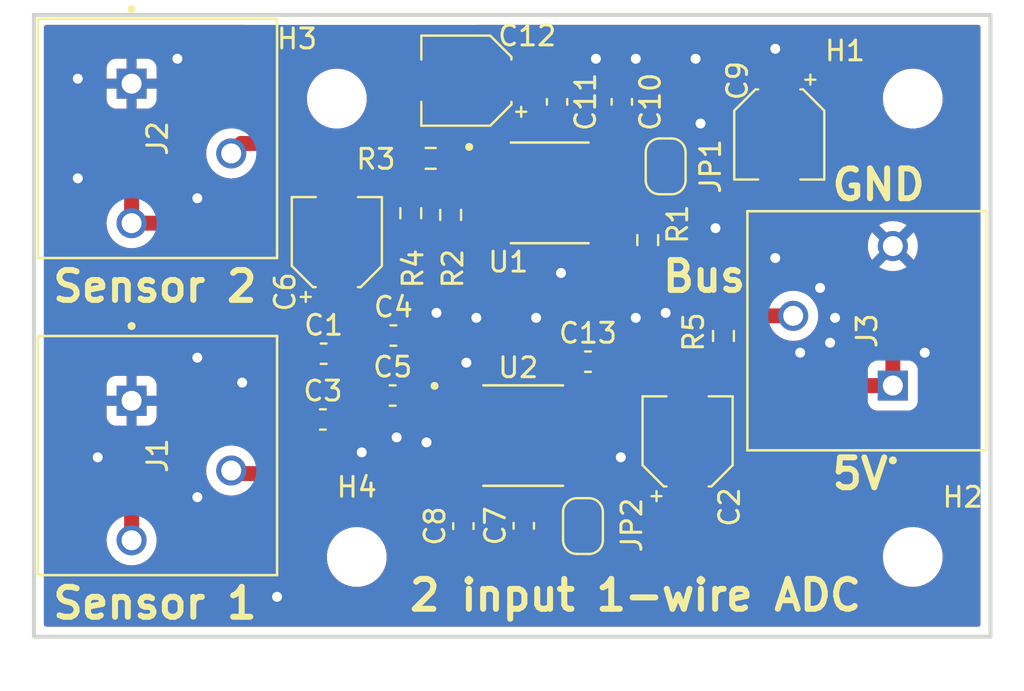
<source format=kicad_pcb>
(kicad_pcb (version 20240108) (generator "pcbnew") (generator_version "8.0")
  (layers (0 "F.Cu" signal) (31 "B.Cu" signal) (34 "B.Paste" user) (35 "F.Paste" user) (36 "B.SilkS" user "B.Silkscreen") (37 "F.SilkS" user "F.Silkscreen") (38 "B.Mask" user) (39 "F.Mask" user) (44 "Edge.Cuts" user))
  (net 0 "")
  (net 1 "VDD")
  (net 2 "GND")
  (net 3 "/250mV_sensor_2_input")
  (net 4 "/5V_sensor_1_input")
  (net 5 "/5V_sensor_2_input")
  (net 6 "/1W_Bus")
  (net 7 "/VDD_Opamp")
  (net 8 "Net-(JP2-A)")
  (net 9 "Net-(U1--IN)")
  (net 10 "Net-(U1-+IN)")
  (net 11 "Net-(R3-Pad1)")
  (footprint "Resistor_SMD:R_0603_1608Metric_Pad0.98x0.95mm_HandSolder" (layer "F.Cu") (at 121.6 55.1 -90)
    (property "Reference" "R1" (at -0.8 -1.5 90) (layer "F.SilkS"))
    (property "Value" "0")
    (fp_line (start -0.254724 0.5225) (end 0.254724 0.5225) (stroke (width 0.12)) (layer "F.SilkS"))
    (fp_line (start -0.254724 -0.5225) (end 0.254724 -0.5225) (stroke (width 0.12)) (layer "F.SilkS"))
    (pad "1" smd roundrect (at -0.9125 0 270) (size 0.975 0.95) (layers "F.Cu" "F.Paste" "F.Mask") (net 9 "Net-(U1--IN)"))
    (pad "2" smd roundrect (at 0.9125 0 270) (size 0.975 0.95) (layers "F.Cu" "F.Paste" "F.Mask") (net 3 "/250mV_sensor_2_input"))
  )
  (footprint "Resistor_SMD:R_0603_1608Metric_Pad0.98x0.95mm_HandSolder" (layer "F.Cu") (at 125.4 59.9125 90)
    (property "Reference" "R5" (at 0.2 -1.5 90) (layer "F.SilkS"))
    (property "Value" "4.7k")
    (fp_line (start -0.254724 -0.5225) (end 0.254724 -0.5225) (stroke (width 0.12)) (layer "F.SilkS"))
    (fp_line (start -0.254724 0.5225) (end 0.254724 0.5225) (stroke (width 0.12)) (layer "F.SilkS"))
    (pad "1" smd roundrect (at -0.9125 0 90) (size 0.975 0.95) (layers "F.Cu" "F.Paste" "F.Mask") (net 1 "VDD"))
    (pad "2" smd roundrect (at 0.9125 0 90) (size 0.975 0.95) (layers "F.Cu" "F.Paste" "F.Mask") (net 6 "/1W_Bus"))
  )
  (footprint "Capacitor_SMD:CP_Elec_4x5.8" (layer "F.Cu") (at 123.6 65.2 90)
    (property "Reference" "C2" (at -3.3 2.1 90) (layer "F.SilkS"))
    (property "Value" "10uF")
    (fp_line (start 2.26 -2.26) (end 2.26 -1.06) (stroke (width 0.12)) (layer "F.SilkS"))
    (fp_line (start -1.195563 -2.26) (end 2.26 -2.26) (stroke (width 0.12)) (layer "F.SilkS"))
    (fp_line (start -2.75 -1.81) (end -2.75 -1.31) (stroke (width 0.12)) (layer "F.SilkS"))
    (fp_line (start -3 -1.56) (end -2.5 -1.56) (stroke (width 0.12)) (layer "F.SilkS"))
    (fp_line (start -2.26 -1.195563) (end -1.195563 -2.26) (stroke (width 0.12)) (layer "F.SilkS"))
    (fp_line (start -2.26 -1.195563) (end -2.26 -1.06) (stroke (width 0.12)) (layer "F.SilkS"))
    (fp_line (start -2.26 1.195563) (end -2.26 1.06) (stroke (width 0.12)) (layer "F.SilkS"))
    (fp_line (start -2.26 1.195563) (end -1.195563 2.26) (stroke (width 0.12)) (layer "F.SilkS"))
    (fp_line (start 2.26 2.26) (end 2.26 1.06) (stroke (width 0.12)) (layer "F.SilkS"))
    (fp_line (start -1.195563 2.26) (end 2.26 2.26) (stroke (width 0.12)) (layer "F.SilkS"))
    (pad "1" smd roundrect (at -1.8 0 90) (size 2.6 1.6) (layers "F.Cu" "F.Paste" "F.Mask") (roundrect_rratio 0.15625) (net 1 "VDD"))
    (pad "2" smd roundrect (at 1.8 0 90) (size 2.6 1.6) (layers "F.Cu" "F.Paste" "F.Mask") (roundrect_rratio 0.15625) (net 2 "GND"))
  )
  (footprint "MountingHole:MountingHole_2.5mm" (layer "F.Cu") (at 106 48)
    (property "Reference" "H3" (at -2 -3 0) (layer "F.SilkS"))
    (property "Value" "MountingHole")
    (pad "" np_thru_hole circle (at 0 0) (size 2.5 2.5) (drill 2.5) (layers "*.Cu" "*.Mask"))
  )
  (footprint "Capacitor_SMD:CP_Elec_4x5.8" (layer "F.Cu") (at 106 55.2 90)
    (property "Reference" "C6" (at -2.5 -2.6 90) (layer "F.SilkS"))
    (property "Value" "10uF")
    (fp_line (start 2.26 -2.26) (end 2.26 -1.06) (stroke (width 0.12)) (layer "F.SilkS"))
    (fp_line (start -1.195563 -2.26) (end 2.26 -2.26) (stroke (width 0.12)) (layer "F.SilkS"))
    (fp_line (start -2.75 -1.81) (end -2.75 -1.31) (stroke (width 0.12)) (layer "F.SilkS"))
    (fp_line (start -3 -1.56) (end -2.5 -1.56) (stroke (width 0.12)) (layer "F.SilkS"))
    (fp_line (start -2.26 -1.195563) (end -1.195563 -2.26) (stroke (width 0.12)) (layer "F.SilkS"))
    (fp_line (start -2.26 -1.195563) (end -2.26 -1.06) (stroke (width 0.12)) (layer "F.SilkS"))
    (fp_line (start -2.26 1.195563) (end -2.26 1.06) (stroke (width 0.12)) (layer "F.SilkS"))
    (fp_line (start -2.26 1.195563) (end -1.195563 2.26) (stroke (width 0.12)) (layer "F.SilkS"))
    (fp_line (start 2.26 2.26) (end 2.26 1.06) (stroke (width 0.12)) (layer "F.SilkS"))
    (fp_line (start -1.195563 2.26) (end 2.26 2.26) (stroke (width 0.12)) (layer "F.SilkS"))
    (pad "1" smd roundrect (at -1.8 0 90) (size 2.6 1.6) (layers "F.Cu" "F.Paste" "F.Mask") (roundrect_rratio 0.15625) (net 1 "VDD"))
    (pad "2" smd roundrect (at 1.8 0 90) (size 2.6 1.6) (layers "F.Cu" "F.Paste" "F.Mask") (roundrect_rratio 0.15625) (net 2 "GND"))
  )
  (footprint "MountingHole:MountingHole_2.5mm" (layer "F.Cu") (at 134.9 71)
    (property "Reference" "H2" (at 2.5 -3 0) (layer "F.SilkS"))
    (property "Value" "MountingHole")
    (pad "" np_thru_hole circle (at 0 0) (size 2.5 2.5) (drill 2.5) (layers "*.Cu" "*.Mask"))
  )
  (footprint "Capacitor_SMD:C_0603_1608Metric_Pad1.08x0.95mm_HandSolder" (layer "F.Cu") (at 117.05 48.1625 -90)
    (property "Reference" "C11" (at 0 -1.43 90) (layer "F.SilkS"))
    (property "Value" "0.1u")
    (fp_line (start -0.146267 0.51) (end 0.146267 0.51) (stroke (width 0.12)) (layer "F.SilkS"))
    (fp_line (start -0.146267 -0.51) (end 0.146267 -0.51) (stroke (width 0.12)) (layer "F.SilkS"))
    (pad "1" smd roundrect (at -0.8625 0 270) (size 1.075 0.95) (layers "F.Cu" "F.Paste" "F.Mask") (net 1 "VDD"))
    (pad "2" smd roundrect (at 0.8625 0 270) (size 1.075 0.95) (layers "F.Cu" "F.Paste" "F.Mask") (net 2 "GND"))
  )
  (footprint "Capacitor_SMD:CP_Elec_4x5.8" (layer "F.Cu") (at 112.5 47.1 180)
    (property "Reference" "C12" (at -3.05 2.25 360) (layer "F.SilkS"))
    (property "Value" "10uF")
    (fp_line (start 2.26 2.26) (end 2.26 1.06) (stroke (width 0.12)) (layer "F.SilkS"))
    (fp_line (start 2.26 -2.26) (end 2.26 -1.06) (stroke (width 0.12)) (layer "F.SilkS"))
    (fp_line (start -1.195563 2.26) (end 2.26 2.26) (stroke (width 0.12)) (layer "F.SilkS"))
    (fp_line (start -1.195563 -2.26) (end 2.26 -2.26) (stroke (width 0.12)) (layer "F.SilkS"))
    (fp_line (start -2.26 1.195563) (end -1.195563 2.26) (stroke (width 0.12)) (layer "F.SilkS"))
    (fp_line (start -2.26 1.195563) (end -2.26 1.06) (stroke (width 0.12)) (layer "F.SilkS"))
    (fp_line (start -2.26 -1.195563) (end -1.195563 -2.26) (stroke (width 0.12)) (layer "F.SilkS"))
    (fp_line (start -2.26 -1.195563) (end -2.26 -1.06) (stroke (width 0.12)) (layer "F.SilkS"))
    (fp_line (start -2.75 -1.81) (end -2.75 -1.31) (stroke (width 0.12)) (layer "F.SilkS"))
    (fp_line (start -3 -1.56) (end -2.5 -1.56) (stroke (width 0.12)) (layer "F.SilkS"))
    (pad "1" smd roundrect (at -1.8 0 180) (size 2.6 1.6) (layers "F.Cu" "F.Paste" "F.Mask") (roundrect_rratio 0.15625) (net 1 "VDD"))
    (pad "2" smd roundrect (at 1.8 0 180) (size 2.6 1.6) (layers "F.Cu" "F.Paste" "F.Mask") (roundrect_rratio 0.15625) (net 2 "GND"))
  )
  (footprint "Capacitor_SMD:C_0603_1608Metric_Pad1.08x0.95mm_HandSolder" (layer "F.Cu") (at 120.3 48.1625 -90)
    (property "Reference" "C10" (at 0 -1.43 90) (layer "F.SilkS"))
    (property "Value" "0.1u")
    (fp_line (start -0.146267 0.51) (end 0.146267 0.51) (stroke (width 0.12)) (layer "F.SilkS"))
    (fp_line (start -0.146267 -0.51) (end 0.146267 -0.51) (stroke (width 0.12)) (layer "F.SilkS"))
    (pad "1" smd roundrect (at -0.8625 0 270) (size 1.075 0.95) (layers "F.Cu" "F.Paste" "F.Mask") (net 1 "VDD"))
    (pad "2" smd roundrect (at 0.8625 0 270) (size 1.075 0.95) (layers "F.Cu" "F.Paste" "F.Mask") (net 2 "GND"))
  )
  (footprint "Capacitor_SMD:C_0603_1608Metric_Pad1.08x0.95mm_HandSolder" (layer "F.Cu") (at 108.8375 59.89)
    (property "Reference" "C4" (at 0 -1.43 0) (layer "F.SilkS"))
    (property "Value" "0.1u")
    (fp_line (start -0.146267 -0.51) (end 0.146267 -0.51) (stroke (width 0.12)) (layer "F.SilkS"))
    (fp_line (start -0.146267 0.51) (end 0.146267 0.51) (stroke (width 0.12)) (layer "F.SilkS"))
    (pad "1" smd roundrect (at -0.8625 0) (size 1.075 0.95) (layers "F.Cu" "F.Paste" "F.Mask") (net 1 "VDD"))
    (pad "2" smd roundrect (at 0.8625 0) (size 1.075 0.95) (layers "F.Cu" "F.Paste" "F.Mask") (net 2 "GND"))
  )
  (footprint "MountingHole:MountingHole_2.5mm" (layer "F.Cu") (at 134.9 48)
    (property "Reference" "H1" (at -3.4 -2.4 0) (layer "F.SilkS"))
    (property "Value" "MountingHole")
    (pad "" np_thru_hole circle (at 0 0) (size 2.5 2.5) (drill 2.5) (layers "*.Cu" "*.Mask"))
  )
  (footprint "Resistor_SMD:R_0603_1608Metric_Pad0.98x0.95mm_HandSolder" (layer "F.Cu") (at 110.71 51)
    (property "Reference" "R3" (at -2.75 0.04 360) (layer "F.SilkS"))
    (property "Value" "10k")
    (fp_line (start -0.254724 -0.5225) (end 0.254724 -0.5225) (stroke (width 0.12)) (layer "F.SilkS"))
    (fp_line (start -0.254724 0.5225) (end 0.254724 0.5225) (stroke (width 0.12)) (layer "F.SilkS"))
    (pad "1" smd roundrect (at -0.9125 0) (size 0.975 0.95) (layers "F.Cu" "F.Paste" "F.Mask") (net 11 "Net-(R3-Pad1)"))
    (pad "2" smd roundrect (at 0.9125 0) (size 0.975 0.95) (layers "F.Cu" "F.Paste" "F.Mask") (net 10 "Net-(U1-+IN)"))
  )
  (footprint "Jumper:SolderJumper-2_P1.3mm_Open_RoundedPad1.0x1.5mm" (layer "F.Cu") (at 118.35 69.45 -90)
    (property "Reference" "JP2" (at -0.05 -2.45 90) (layer "F.SilkS"))
    (property "Value" "SolderJumper_2_Open")
    (fp_line (start 0.7 1) (end -0.7 1) (stroke (width 0.12)) (layer "F.SilkS"))
    (fp_line (start -1.4 0.3) (end -1.4 -0.3) (stroke (width 0.12)) (layer "F.SilkS"))
    (fp_line (start 1.4 -0.3) (end 1.4 0.3) (stroke (width 0.12)) (layer "F.SilkS"))
    (fp_line (start -0.7 -1) (end 0.7 -1) (stroke (width 0.12)) (layer "F.SilkS"))
    (fp_arc (start -0.7 1) (mid -1.194975 0.794975) (end -1.4 0.3) (stroke (width 0.12)) (layer "F.SilkS"))
    (fp_arc (start 1.4 0.3) (mid 1.194975 0.794975) (end 0.7 1) (stroke (width 0.12)) (layer "F.SilkS"))
    (fp_arc (start -1.4 -0.3) (mid -1.194975 -0.794975) (end -0.7 -1) (stroke (width 0.12)) (layer "F.SilkS"))
    (fp_arc (start 0.7 -1) (mid 1.194975 -0.794975) (end 1.4 -0.3) (stroke (width 0.12)) (layer "F.SilkS"))
    (pad "1" smd custom (at -0.65 0 270) (size 1 0.5) (layers "F.Cu" "F.Mask") (net 8 "Net-(JP2-A)") (options (clearance outline) (anchor rect)) (primitives (gr_circle (center 0 0.25) (end 0.5 0.25) (width 0) (fill yes)) (gr_circle (center 0 -0.25) (end 0.5 -0.25) (width 0) (fill yes)) (gr_poly (pts (xy 0.5 0.75) (xy 0 0.75) (xy 0 -0.75) (xy 0.5 -0.75)) (width 0) (fill yes))))
    (pad "2" smd custom (at 0.65 0 270) (size 1 0.5) (layers "F.Cu" "F.Mask") (net 1 "VDD") (options (clearance outline) (anchor rect)) (primitives (gr_circle (center 0 0.25) (end 0.5 0.25) (width 0) (fill yes)) (gr_circle (center 0 -0.25) (end 0.5 -0.25) (width 0) (fill yes)) (gr_poly (pts (xy 0 0.75) (xy -0.5 0.75) (xy -0.5 -0.75) (xy 0 -0.75)) (width 0) (fill yes))))
  )
  (footprint "1985205:TE_1985205" (layer "F.Cu") (at 132.6 59.65 90)
    (property "Reference" "J3" (at 0 0 90) (layer "F.SilkS"))
    (property "Value" "Sensor 2")
    (fp_line (start 6 -6) (end 6 6) (stroke (width 0.127)) (layer "F.SilkS"))
    (fp_line (start -6 -6) (end 6 -6) (stroke (width 0.127)) (layer "F.SilkS"))
    (fp_line (start 6 6) (end -6 6) (stroke (width 0.127)) (layer "F.SilkS"))
    (fp_line (start -6 6) (end -6 -6) (stroke (width 0.127)) (layer "F.SilkS"))
    (fp_circle (center -6.5 1.3) (end -6.4 1.3) (stroke (width 0.2)) (fill none) (layer "F.SilkS"))
    (pad "1" thru_hole rect (at -2.75 1.3 90) (size 1.508 1.508) (drill 1) (layers "*.Cu" "*.Mask") (net 1 "VDD"))
    (pad "2" thru_hole circle (at 0.75 -3.7 90) (size 1.508 1.508) (drill 1) (layers "*.Cu" "*.Mask") (net 6 "/1W_Bus"))
    (pad "3" thru_hole circle (at 4.25 1.3 90) (size 1.508 1.508) (drill 1) (layers "*.Cu" "*.Mask") (net 2 "GND"))
  )
  (footprint "MountingHole:MountingHole_2.5mm" (layer "F.Cu") (at 107 71)
    (property "Reference" "H4" (at 0 -3.5 0) (layer "F.SilkS"))
    (property "Value" "MountingHole")
    (pad "" np_thru_hole circle (at 0 0) (size 2.5 2.5) (drill 2.5) (layers "*.Cu" "*.Mask"))
  )
  (footprint "Capacitor_SMD:C_0603_1608Metric_Pad1.08x0.95mm_HandSolder" (layer "F.Cu") (at 118.6 61.2)
    (property "Reference" "C13" (at 0 -1.43 360) (layer "F.SilkS"))
    (property "Value" "0.1u")
    (fp_line (start -0.146267 -0.51) (end 0.146267 -0.51) (stroke (width 0.12)) (layer "F.SilkS"))
    (fp_line (start -0.146267 0.51) (end 0.146267 0.51) (stroke (width 0.12)) (layer "F.SilkS"))
    (pad "1" smd roundrect (at -0.8625 0) (size 1.075 0.95) (layers "F.Cu" "F.Paste" "F.Mask") (net 3 "/250mV_sensor_2_input"))
    (pad "2" smd roundrect (at 0.8625 0) (size 1.075 0.95) (layers "F.Cu" "F.Paste" "F.Mask") (net 2 "GND"))
  )
  (footprint "1985205:TE_1985205" (layer "F.Cu") (at 97 65.9125 -90)
    (property "Reference" "J1" (at 0 0 90) (layer "F.SilkS"))
    (property "Value" "Sensor 1")
    (fp_line (start -6 6) (end -6 -6) (stroke (width 0.127)) (layer "F.SilkS"))
    (fp_line (start 6 6) (end -6 6) (stroke (width 0.127)) (layer "F.SilkS"))
    (fp_line (start -6 -6) (end 6 -6) (stroke (width 0.127)) (layer "F.SilkS"))
    (fp_line (start 6 -6) (end 6 6) (stroke (width 0.127)) (layer "F.SilkS"))
    (fp_circle (center -6.5 1.3) (end -6.4 1.3) (stroke (width 0.2)) (fill none) (layer "F.SilkS"))
    (pad "1" thru_hole rect (at -2.75 1.3 270) (size 1.508 1.508) (drill 1) (layers "*.Cu" "*.Mask") (net 2 "GND"))
    (pad "2" thru_hole circle (at 0.75 -3.7 270) (size 1.508 1.508) (drill 1) (layers "*.Cu" "*.Mask") (net 4 "/5V_sensor_1_input"))
    (pad "3" thru_hole circle (at 4.25 1.3 270) (size 1.508 1.508) (drill 1) (layers "*.Cu" "*.Mask") (net 1 "VDD"))
  )
  (footprint "Capacitor_SMD:C_0603_1608Metric_Pad1.08x0.95mm_HandSolder" (layer "F.Cu") (at 108.8 62.9)
    (property "Reference" "C5" (at 0 -1.43 0) (layer "F.SilkS"))
    (property "Value" "0.1u")
    (fp_line (start -0.146267 -0.51) (end 0.146267 -0.51) (stroke (width 0.12)) (layer "F.SilkS"))
    (fp_line (start -0.146267 0.51) (end 0.146267 0.51) (stroke (width 0.12)) (layer "F.SilkS"))
    (pad "1" smd roundrect (at -0.8625 0) (size 1.075 0.95) (layers "F.Cu" "F.Paste" "F.Mask") (net 1 "VDD"))
    (pad "2" smd roundrect (at 0.8625 0) (size 1.075 0.95) (layers "F.Cu" "F.Paste" "F.Mask") (net 2 "GND"))
  )
  (footprint "OPA335AID:SOIC127P599X175-8N" (layer "F.Cu") (at 116.68 52.73)
    (property "Reference" "U1" (at -2.08 3.47 0) (layer "F.SilkS"))
    (property "Value" "OPA335AID")
    (fp_line (start -1.95 -2.525) (end 1.95 -2.525) (stroke (width 0.127)) (layer "F.SilkS"))
    (fp_line (start -1.95 2.525) (end 1.95 2.525) (stroke (width 0.127)) (layer "F.SilkS"))
    (fp_circle (center -4.04 -2.305) (end -3.94 -2.305) (stroke (width 0.2)) (fill none) (layer "F.SilkS"))
    (pad "1" smd roundrect (at -2.47 -1.905) (size 1.97 0.6) (layers "F.Cu" "F.Paste" "F.Mask") (roundrect_rratio 0.125))
    (pad "2" smd roundrect (at -2.47 -0.635) (size 1.97 0.6) (layers "F.Cu" "F.Paste" "F.Mask") (roundrect_rratio 0.125) (net 9 "Net-(U1--IN)"))
    (pad "3" smd roundrect (at -2.47 0.635) (size 1.97 0.6) (layers "F.Cu" "F.Paste" "F.Mask") (roundrect_rratio 0.125) (net 10 "Net-(U1-+IN)"))
    (pad "4" smd roundrect (at -2.47 1.905) (size 1.97 0.6) (layers "F.Cu" "F.Paste" "F.Mask") (roundrect_rratio 0.125) (net 2 "GND"))
    (pad "5" smd roundrect (at 2.47 1.905) (size 1.97 0.6) (layers "F.Cu" "F.Paste" "F.Mask") (roundrect_rratio 0.125))
    (pad "6" smd roundrect (at 2.47 0.635) (size 1.97 0.6) (layers "F.Cu" "F.Paste" "F.Mask") (roundrect_rratio 0.125) (net 9 "Net-(U1--IN)"))
    (pad "7" smd roundrect (at 2.47 -0.635) (size 1.97 0.6) (layers "F.Cu" "F.Paste" "F.Mask") (roundrect_rratio 0.125) (net 7 "/VDD_Opamp"))
    (pad "8" smd roundrect (at 2.47 -1.905) (size 1.97 0.6) (layers "F.Cu" "F.Paste" "F.Mask") (roundrect_rratio 0.125))
  )
  (footprint "Resistor_SMD:R_0603_1608Metric_Pad0.98x0.95mm_HandSolder" (layer "F.Cu") (at 109.71 53.75 90)
    (property "Reference" "R4" (at -2.78 0.11 90) (layer "F.SilkS"))
    (property "Value" "180k")
    (fp_line (start -0.254724 -0.5225) (end 0.254724 -0.5225) (stroke (width 0.12)) (layer "F.SilkS"))
    (fp_line (start -0.254724 0.5225) (end 0.254724 0.5225) (stroke (width 0.12)) (layer "F.SilkS"))
    (pad "1" smd roundrect (at -0.9125 0 90) (size 0.975 0.95) (layers "F.Cu" "F.Paste" "F.Mask") (net 5 "/5V_sensor_2_input"))
    (pad "2" smd roundrect (at 0.9125 0 90) (size 0.975 0.95) (layers "F.Cu" "F.Paste" "F.Mask") (net 11 "Net-(R3-Pad1)"))
  )
  (footprint "Capacitor_SMD:C_0603_1608Metric_Pad1.08x0.95mm_HandSolder" (layer "F.Cu") (at 105.3375 60.8)
    (property "Reference" "C1" (at 0 -1.43 0) (layer "F.SilkS"))
    (property "Value" "0.1u")
    (fp_line (start -0.146267 -0.51) (end 0.146267 -0.51) (stroke (width 0.12)) (layer "F.SilkS"))
    (fp_line (start -0.146267 0.51) (end 0.146267 0.51) (stroke (width 0.12)) (layer "F.SilkS"))
    (pad "1" smd roundrect (at -0.8625 0) (size 1.075 0.95) (layers "F.Cu" "F.Paste" "F.Mask") (net 1 "VDD"))
    (pad "2" smd roundrect (at 0.8625 0) (size 1.075 0.95) (layers "F.Cu" "F.Paste" "F.Mask") (net 2 "GND"))
  )
  (footprint "1985205:TE_1985205" (layer "F.Cu") (at 97 50 -90)
    (property "Reference" "J2" (at 0 0 90) (layer "F.SilkS"))
    (property "Value" "Sensor 2")
    (fp_line (start -6 6) (end -6 -6) (stroke (width 0.127)) (layer "F.SilkS"))
    (fp_line (start 6 6) (end -6 6) (stroke (width 0.127)) (layer "F.SilkS"))
    (fp_line (start -6 -6) (end 6 -6) (stroke (width 0.127)) (layer "F.SilkS"))
    (fp_line (start 6 -6) (end 6 6) (stroke (width 0.127)) (layer "F.SilkS"))
    (fp_circle (center -6.5 1.3) (end -6.4 1.3) (stroke (width 0.2)) (fill none) (layer "F.SilkS"))
    (pad "1" thru_hole rect (at -2.75 1.3 270) (size 1.508 1.508) (drill 1) (layers "*.Cu" "*.Mask") (net 2 "GND"))
    (pad "2" thru_hole circle (at 0.75 -3.7 270) (size 1.508 1.508) (drill 1) (layers "*.Cu" "*.Mask") (net 5 "/5V_sensor_2_input"))
    (pad "3" thru_hole circle (at 4.25 1.3 270) (size 1.508 1.508) (drill 1) (layers "*.Cu" "*.Mask") (net 1 "VDD"))
  )
  (footprint "Capacitor_SMD:C_0603_1608Metric_Pad1.08x0.95mm_HandSolder" (layer "F.Cu") (at 105.3 64.1)
    (property "Reference" "C3" (at 0 -1.43 0) (layer "F.SilkS"))
    (property "Value" "0.1u")
    (fp_line (start -0.146267 -0.51) (end 0.146267 -0.51) (stroke (width 0.12)) (layer "F.SilkS"))
    (fp_line (start -0.146267 0.51) (end 0.146267 0.51) (stroke (width 0.12)) (layer "F.SilkS"))
    (pad "1" smd roundrect (at -0.8625 0) (size 1.075 0.95) (layers "F.Cu" "F.Paste" "F.Mask") (net 1 "VDD"))
    (pad "2" smd roundrect (at 0.8625 0) (size 1.075 0.95) (layers "F.Cu" "F.Paste" "F.Mask") (net 2 "GND"))
  )
  (footprint "Capacitor_SMD:CP_Elec_4x5.8" (layer "F.Cu") (at 128.2 49.8 -90)
    (property "Reference" "C9" (at -2.7 2.1 90) (layer "F.SilkS"))
    (property "Value" "10uF")
    (fp_line (start -1.195563 2.26) (end 2.26 2.26) (stroke (width 0.12)) (layer "F.SilkS"))
    (fp_line (start 2.26 2.26) (end 2.26 1.06) (stroke (width 0.12)) (layer "F.SilkS"))
    (fp_line (start -2.26 1.195563) (end -1.195563 2.26) (stroke (width 0.12)) (layer "F.SilkS"))
    (fp_line (start -2.26 1.195563) (end -2.26 1.06) (stroke (width 0.12)) (layer "F.SilkS"))
    (fp_line (start -2.26 -1.195563) (end -2.26 -1.06) (stroke (width 0.12)) (layer "F.SilkS"))
    (fp_line (start -2.26 -1.195563) (end -1.195563 -2.26) (stroke (width 0.12)) (layer "F.SilkS"))
    (fp_line (start -3 -1.56) (end -2.5 -1.56) (stroke (width 0.12)) (layer "F.SilkS"))
    (fp_line (start -2.75 -1.81) (end -2.75 -1.31) (stroke (width 0.12)) (layer "F.SilkS"))
    (fp_line (start -1.195563 -2.26) (end 2.26 -2.26) (stroke (width 0.12)) (layer "F.SilkS"))
    (fp_line (start 2.26 -2.26) (end 2.26 -1.06) (stroke (width 0.12)) (layer "F.SilkS"))
    (pad "1" smd roundrect (at -1.8 0 270) (size 2.6 1.6) (layers "F.Cu" "F.Paste" "F.Mask") (roundrect_rratio 0.15625) (net 1 "VDD"))
    (pad "2" smd roundrect (at 1.8 0 270) (size 2.6 1.6) (layers "F.Cu" "F.Paste" "F.Mask") (roundrect_rratio 0.15625) (net 2 "GND"))
  )
  (footprint "Capacitor_SMD:C_0603_1608Metric_Pad1.08x0.95mm_HandSolder" (layer "F.Cu") (at 115.38 69.4375 90)
    (property "Reference" "C7" (at 0 -1.43 90) (layer "F.SilkS"))
    (property "Value" "0.1u")
    (fp_line (start -0.146267 -0.51) (end 0.146267 -0.51) (stroke (width 0.12)) (layer "F.SilkS"))
    (fp_line (start -0.146267 0.51) (end 0.146267 0.51) (stroke (width 0.12)) (layer "F.SilkS"))
    (pad "1" smd roundrect (at -0.8625 0 90) (size 1.075 0.95) (layers "F.Cu" "F.Paste" "F.Mask") (net 1 "VDD"))
    (pad "2" smd roundrect (at 0.8625 0 90) (size 1.075 0.95) (layers "F.Cu" "F.Paste" "F.Mask") (net 2 "GND"))
  )
  (footprint "Resistor_SMD:R_0603_1608Metric_Pad0.98x0.95mm_HandSolder" (layer "F.Cu") (at 111.71 53.8375 -90)
    (property "Reference" "R2" (at 2.6925 -0.11 90) (layer "F.SilkS"))
    (property "Value" "10k")
    (fp_line (start -0.254724 0.5225) (end 0.254724 0.5225) (stroke (width 0.12)) (layer "F.SilkS"))
    (fp_line (start -0.254724 -0.5225) (end 0.254724 -0.5225) (stroke (width 0.12)) (layer "F.SilkS"))
    (pad "1" smd roundrect (at -0.9125 0 270) (size 0.975 0.95) (layers "F.Cu" "F.Paste" "F.Mask") (net 10 "Net-(U1-+IN)"))
    (pad "2" smd roundrect (at 0.9125 0 270) (size 0.975 0.95) (layers "F.Cu" "F.Paste" "F.Mask") (net 2 "GND"))
  )
  (footprint "DS2438AZ_:SOIC127P600X175-8N" (layer "F.Cu") (at 115.35 64.91)
    (property "Reference" "U2" (at -0.25 -3.41 0) (layer "F.SilkS"))
    (property "Value" "DS2438AZ_")
    (fp_line (start -2 -2.52) (end 2 -2.52) (stroke (width 0.127)) (layer "F.SilkS"))
    (fp_line (start -2 2.52) (end 2 2.52) (stroke (width 0.127)) (layer "F.SilkS"))
    (fp_circle (center -4.445 -2.495) (end -4.345 -2.495) (stroke (width 0.2)) (fill none) (layer "F.SilkS"))
    (pad "1" smd roundrect (at -2.475 -1.905) (size 1.97 0.59) (layers "F.Cu" "F.Paste" "F.Mask") (roundrect_rratio 0.125) (net 2 "GND"))
    (pad "2" smd roundrect (at -2.475 -0.635) (size 1.97 0.59) (layers "F.Cu" "F.Paste" "F.Mask") (roundrect_rratio 0.125) (net 3 "/250mV_sensor_2_input"))
    (pad "3" smd roundrect (at -2.475 0.635) (size 1.97 0.59) (layers "F.Cu" "F.Paste" "F.Mask") (roundrect_rratio 0.125) (net 2 "GND"))
    (pad "4" smd roundrect (at -2.475 1.905) (size 1.97 0.59) (layers "F.Cu" "F.Paste" "F.Mask") (roundrect_rratio 0.125) (net 4 "/5V_sensor_1_input"))
    (pad "5" smd roundrect (at 2.475 1.905) (size 1.97 0.59) (layers "F.Cu" "F.Paste" "F.Mask") (roundrect_rratio 0.125) (net 8 "Net-(JP2-A)"))
    (pad "6" smd roundrect (at 2.475 0.635) (size 1.97 0.59) (layers "F.Cu" "F.Paste" "F.Mask") (roundrect_rratio 0.125))
    (pad "7" smd roundrect (at 2.475 -0.635) (size 1.97 0.59) (layers "F.Cu" "F.Paste" "F.Mask") (roundrect_rratio 0.125))
    (pad "8" smd roundrect (at 2.475 -1.905) (size 1.97 0.59) (layers "F.Cu" "F.Paste" "F.Mask") (roundrect_rratio 0.125) (net 6 "/1W_Bus"))
  )
  (footprint "Capacitor_SMD:C_0603_1608Metric_Pad1.08x0.95mm_HandSolder" (layer "F.Cu") (at 112.35 69.45 90)
    (property "Reference" "C8" (at 0 -1.43 90) (layer "F.SilkS"))
    (property "Value" "0.1u")
    (fp_line (start -0.146267 -0.51) (end 0.146267 -0.51) (stroke (width 0.12)) (layer "F.SilkS"))
    (fp_line (start -0.146267 0.51) (end 0.146267 0.51) (stroke (width 0.12)) (layer "F.SilkS"))
    (pad "1" smd roundrect (at -0.8625 0 90) (size 1.075 0.95) (layers "F.Cu" "F.Paste" "F.Mask") (net 1 "VDD"))
    (pad "2" smd roundrect (at 0.8625 0 90) (size 1.075 0.95) (layers "F.Cu" "F.Paste" "F.Mask") (net 2 "GND"))
  )
  (footprint "Jumper:SolderJumper-2_P1.3mm_Open_RoundedPad1.0x1.5mm" (layer "F.Cu") (at 122.5 51.4 90)
    (property "Reference" "JP1" (at 0 2.25 90) (layer "F.SilkS"))
    (property "Value" "SolderJumper_2_Open")
    (fp_line (start -0.7 -1) (end 0.7 -1) (stroke (width 0.12)) (layer "F.SilkS"))
    (fp_line (start 1.4 -0.3) (end 1.4 0.3) (stroke (width 0.12)) (layer "F.SilkS"))
    (fp_line (start -1.4 0.3) (end -1.4 -0.3) (stroke (width 0.12)) (layer "F.SilkS"))
    (fp_line (start 0.7 1) (end -0.7 1) (stroke (width 0.12)) (layer "F.SilkS"))
    (fp_arc (start 0.7 -1) (mid 1.194975 -0.794975) (end 1.4 -0.3) (stroke (width 0.12)) (layer "F.SilkS"))
    (fp_arc (start -1.4 -0.3) (mid -1.194975 -0.794975) (end -0.7 -1) (stroke (width 0.12)) (layer "F.SilkS"))
    (fp_arc (start 1.4 0.3) (mid 1.194975 0.794975) (end 0.7 1) (stroke (width 0.12)) (layer "F.SilkS"))
    (fp_arc (start -0.7 1) (mid -1.194975 0.794975) (end -1.4 0.3) (stroke (width 0.12)) (layer "F.SilkS"))
    (pad "1" smd custom (at -0.65 0 90) (size 1 0.5) (layers "F.Cu" "F.Mask") (net 7 "/VDD_Opamp") (options (clearance outline) (anchor rect)) (primitives (gr_circle (center 0 0.25) (end 0.5 0.25) (width 0) (fill yes)) (gr_circle (center 0 -0.25) (end 0.5 -0.25) (width 0) (fill yes)) (gr_poly (pts (xy 0.5 0.75) (xy 0 0.75) (xy 0 -0.75) (xy 0.5 -0.75)) (width 0) (fill yes))))
    (pad "2" smd custom (at 0.65 0 90) (size 1 0.5) (layers "F.Cu" "F.Mask") (net 1 "VDD") (options (clearance outline) (anchor rect)) (primitives (gr_circle (center 0 0.25) (end 0.5 0.25) (width 0) (fill yes)) (gr_circle (center 0 -0.25) (end 0.5 -0.25) (width 0) (fill yes)) (gr_poly (pts (xy 0 0.75) (xy -0.5 0.75) (xy -0.5 -0.75) (xy 0 -0.75)) (width 0) (fill yes))))
  )
  (gr_rect (start 90.8 43.8) (end 138.8 75) (stroke (width 0.2)) (fill none) (layer "Edge.Cuts"))
  (gr_text "Bus" (at 122.2 57.8 0) (layer "F.SilkS") (effects (font (size 1.5 1.5) (thickness 0.3) (bold yes)) (justify left bottom)))
  (gr_text "Sensor 2" (at 91.6 58.3 0) (layer "F.SilkS") (effects (font (size 1.5 1.5) (thickness 0.3) (bold yes)) (justify left bottom)))
  (gr_text "5V" (at 130.7 67.7 0) (layer "F.SilkS") (effects (font (size 1.5 1.5) (thickness 0.3) (bold yes)) (justify left bottom)))
  (gr_text "GND" (at 130.7 53.2 0) (layer "F.SilkS") (effects (font (size 1.5 1.5) (thickness 0.3) (bold yes)) (justify left bottom)))
  (gr_text "2 input 1-wire ADC " (at 109.5 73.8 0) (layer "F.SilkS") (effects (font (size 1.5 1.5) (thickness 0.3) (bold yes)) (justify left bottom)))
  (gr_text "Sensor 1\n" (at 91.6 74.2 0) (layer "F.SilkS") (effects (font (size 1.5 1.5) (thickness 0.3) (bold yes)) (justify left bottom)))
  (segment (start 114.3 47.1) (end 116.85 47.1) (width 0.75) (layer "F.Cu") (net 1))
  (segment (start 103.25 54.25) (end 106 57) (width 0.75) (layer "F.Cu") (net 1))
  (segment (start 99.7 64.1) (end 95.7 68.1) (width 0.75) (layer "F.Cu") (net 1))
  (segment (start 106 57.915) (end 107.975 59.89) (width 0.75) (layer "F.Cu") (net 1))
  (segment (start 95.7 54.25) (end 95.7 51.5) (width 0.75) (layer "F.Cu") (net 1))
  (segment (start 115.58 70.1) (end 115.38 70.3) (width 0.75) (layer "F.Cu") (net 1))
  (segment (start 120.5 70.1) (end 123.6 67) (width 0.75) (layer "F.Cu") (net 1))
  (segment (start 112.2 45) (end 114.3 47.1) (width 0.75) (layer "F.Cu") (net 1))
  (segment (start 104.4375 64.1) (end 99.7 64.1) (width 0.75) (layer "F.Cu") (net 1))
  (segment (start 104.475 60.8) (end 104.475 64.0625) (width 0.75) (layer "F.Cu") (net 1))
  (segment (start 121.4 47.3) (end 120.3 47.3) (width 0.75) (layer "F.Cu") (net 1))
  (segment (start 131.1 56.1) (end 133.9 58.9) (width 0.75) (layer "F.Cu") (net 1))
  (segment (start 120.3 47.3) (end 117.05 47.3) (width 0.75) (layer "F.Cu") (net 1))
  (segment (start 95.7 54.25) (end 103.25 54.25) (width 0.75) (layer "F.Cu") (net 1))
  (segment (start 123.6 67) (end 128.2 62.4) (width 0.75) (layer "F.Cu") (net 1))
  (segment (start 128.4 62.4) (end 133.9 62.4) (width 0.75) (layer "F.Cu") (net 1))
  (segment (start 107.9375 59.9275) (end 107.975 59.89) (width 0.75) (layer "F.Cu") (net 1))
  (segment (start 95.7 51.5) (end 102.2 45) (width 0.75) (layer "F.Cu") (net 1))
  (segment (start 104.475 64.0625) (end 104.4375 64.1) (width 0.75) (layer "F.Cu") (net 1))
  (segment (start 102.2 45) (end 112.2 45) (width 0.75) (layer "F.Cu") (net 1))
  (segment (start 122.5 50.75) (end 122.5 48.4) (width 0.75) (layer "F.Cu") (net 1))
  (segment (start 95.7 68.1) (end 95.7 70.1625) (width 0.75) (layer "F.Cu") (net 1))
  (segment (start 131.1 49.7) (end 131.1 56.1) (width 0.75) (layer "F.Cu") (net 1))
  (segment (start 122.5 48.4) (end 121.4 47.3) (width 0.75) (layer "F.Cu") (net 1))
  (segment (start 104.475 58.525) (end 106 57) (width 0.75) (layer "F.Cu") (net 1))
  (segment (start 107.9375 62.9) (end 107.9375 59.9275) (width 0.75) (layer "F.Cu") (net 1))
  (segment (start 128.2 48) (end 122.1 48) (width 0.75) (layer "F.Cu") (net 1))
  (segment (start 125.4 60.825) (end 126.825 60.825) (width 0.75) (layer "F.Cu") (net 1))
  (segment (start 106 57) (end 106 57.915) (width 0.75) (layer "F.Cu") (net 1))
  (segment (start 126.825 60.825) (end 128.4 62.4) (width 0.75) (layer "F.Cu") (net 1))
  (segment (start 128.2 48) (end 129.4 48) (width 0.75) (layer "F.Cu") (net 1))
  (segment (start 115.3675 70.3125) (end 115.38 70.3) (width 0.75) (layer "F.Cu") (net 1))
  (segment (start 118.35 70.1) (end 115.58 70.1) (width 0.75) (layer "F.Cu") (net 1))
  (segment (start 104.475 60.8) (end 104.475 58.525) (width 0.75) (layer "F.Cu") (net 1))
  (segment (start 128.2 62.4) (end 128.4 62.4) (width 0.75) (layer "F.Cu") (net 1))
  (segment (start 122.1 48) (end 121.4 47.3) (width 0.75) (layer "F.Cu") (net 1))
  (segment (start 116.85 47.1) (end 117.05 47.3) (width 0.75) (layer "F.Cu") (net 1))
  (segment (start 118.35 70.1) (end 120.5 70.1) (width 0.75) (layer "F.Cu") (net 1))
  (segment (start 112.35 70.3125) (end 115.3675 70.3125) (width 0.75) (layer "F.Cu") (net 1))
  (segment (start 133.9 58.9) (end 133.9 62.4) (width 0.75) (layer "F.Cu") (net 1))
  (segment (start 129.4 48) (end 131.1 49.7) (width 0.75) (layer "F.Cu") (net 1))
  (via (at 124 46) (size 0.75) (drill 0.5) (layers "F.Cu" "B.Cu") (net 2))
  (via (at 130.25 57.5) (size 0.75) (drill 0.5) (layers "F.Cu" "B.Cu") (net 2))
  (via (at 129.25 60.75) (size 0.75) (drill 0.5) (layers "F.Cu" "B.Cu") (net 2))
  (via (at 121 46) (size 0.75) (drill 0.5) (layers "F.Cu" "B.Cu") (net 2))
  (via (at 109 65) (size 0.75) (drill 0.5) (layers "F.Cu" "B.Cu") (net 2))
  (via (at 128 45.5) (size 0.75) (drill 0.5) (layers "F.Cu" "B.Cu") (net 2))
  (via (at 98 46) (size 0.75) (drill 0.5) (layers "F.Cu" "B.Cu") (net 2))
  (via (at 124.25 49.25) (size 0.75) (drill 0.5) (layers "F.Cu" "B.Cu") (net 2))
  (via (at 112.5 61.25) (size 0.75) (drill 0.5) (layers "F.Cu" "B.Cu") (net 2))
  (via (at 117.25 56.75) (size 0.75) (drill 0.5) (layers "F.Cu" "B.Cu") (net 2))
  (via (at 93 47) (size 0.75) (drill 0.5) (layers "F.Cu" "B.Cu") (net 2))
  (via (at 130.75 60.25) (size 0.75) (drill 0.5) (layers "F.Cu" "B.Cu") (net 2))
  (via (at 119 46) (size 0.75) (drill 0.5) (layers "F.Cu" "B.Cu") (net 2))
  (via (at 99 68) (size 0.75) (drill 0.5) (layers "F.Cu" "B.Cu") (net 2))
  (via (at 120.25 66) (size 0.75) (drill 0.5) (layers "F.Cu" "B.Cu") (net 2))
  (via (at 121 59) (size 0.75) (drill 0.5) (layers "F.Cu" "B.Cu") (net 2))
  (via (at 110.5 65.25) (size 0.75) (drill 0.5) (layers "F.Cu" "B.Cu") (net 2))
  (via (at 131 59) (size 0.75) (drill 0.5) (layers "F.Cu" "B.Cu") (net 2))
  (via (at 113 59) (size 0.75) (drill 0.5) (layers "F.Cu" "B.Cu") (net 2))
  (via (at 99 61) (size 0.75) (drill 0.5) (layers "F.Cu" "B.Cu") (net 2))
  (via (at 116 59) (size 0.75) (drill 0.5) (layers "F.Cu" "B.Cu") (net 2))
  (via (at 93 52) (size 0.75) (drill 0.5) (layers "F.Cu" "B.Cu") (net 2))
  (via (at 135.5 60.75) (size 0.75) (drill 0.5) (layers "F.Cu" "B.Cu") (net 2))
  (via (at 125 54.5) (size 0.75) (drill 0.5) (layers "F.Cu" "B.Cu") (net 2))
  (via (at 122.5 58.75) (size 0.75) (drill 0.5) (layers "F.Cu" "B.Cu") (net 2))
  (via (at 94 66) (size 0.75) (drill 0.5) (layers "F.Cu" "B.Cu") (net 2))
  (via (at 111 58.75) (size 0.75) (drill 0.5) (layers "F.Cu" "B.Cu") (net 2))
  (via (at 107.25 65.75) (size 0.75) (drill 0.5) (layers "F.Cu" "B.Cu") (net 2))
  (via (at 101.25 62.25) (size 0.75) (drill 0.5) (layers "F.Cu" "B.Cu") (net 2))
  (via (at 128 56) (size 0.75) (drill 0.5) (layers "F.Cu" "B.Cu") (net 2))
  (via (at 103 73) (size 0.75) (drill 0.5) (layers "F.Cu" "B.Cu") (net 2))
  (via (at 99 53) (size 0.75) (drill 0.5) (layers "F.Cu" "B.Cu") (net 2))
  (segment (start 116.6 61.2) (end 115.5 62.3) (width 0.75) (layer "F.Cu") (net 3))
  (segment (start 114.725 64.275) (end 112.875 64.275) (width 0.75) (layer "F.Cu") (net 3))
  (segment (start 120.1875 56.0125) (end 117.7375 58.4625) (width 0.75) (layer "F.Cu") (net 3))
  (segment (start 115.5 62.3) (end 115.5 63.5) (width 0.75) (layer "F.Cu") (net 3))
  (segment (start 117.7375 58.4625) (end 117.7375 61.2) (width 0.75) (layer "F.Cu") (net 3))
  (segment (start 115.5 63.5) (end 114.725 64.275) (width 0.75) (layer "F.Cu") (net 3))
  (segment (start 117.7375 61.2) (end 116.6 61.2) (width 0.75) (layer "F.Cu") (net 3))
  (segment (start 121.6 56.0125) (end 120.1875 56.0125) (width 0.75) (layer "F.Cu") (net 3))
  (segment (start 112.875 66.815) (end 100.8525 66.815) (width 0.75) (layer "F.Cu") (net 4))
  (segment (start 100.8525 66.815) (end 100.7 66.6625) (width 0.75) (layer "F.Cu") (net 4))
  (segment (start 101.2 50.25) (end 106.75 50.25) (width 0.75) (layer "F.Cu") (net 5))
  (segment (start 108.1 51.6) (end 108.1 53.7) (width 0.75) (layer "F.Cu") (net 5))
  (segment (start 106.75 50.25) (end 108.1 51.6) (width 0.75) (layer "F.Cu") (net 5))
  (segment (start 109.0625 54.6625) (end 109.71 54.6625) (width 0.75) (layer "F.Cu") (net 5))
  (segment (start 100.7 50.75) (end 101.2 50.25) (width 0.75) (layer "F.Cu") (net 5))
  (segment (start 108.1 53.7) (end 109.0625 54.6625) (width 0.75) (layer "F.Cu") (net 5))
  (segment (start 120.245 63.005) (end 117.825 63.005) (width 0.75) (layer "F.Cu") (net 6))
  (segment (start 125.5 58.9) (end 125.4 59) (width 0.75) (layer "F.Cu") (net 6))
  (segment (start 125.4 59) (end 124.25 59) (width 0.75) (layer "F.Cu") (net 6))
  (segment (start 124.25 59) (end 120.245 63.005) (width 0.75) (layer "F.Cu") (net 6))
  (segment (start 128.9 58.9) (end 125.5 58.9) (width 0.75) (layer "F.Cu") (net 6))
  (segment (start 119.195 52.05) (end 119.15 52.095) (width 0.75) (layer "F.Cu") (net 7))
  (segment (start 122.5 52.05) (end 119.195 52.05) (width 0.75) (layer "F.Cu") (net 7))
  (segment (start 117.825 68.275) (end 118.35 68.8) (width 0.75) (layer "F.Cu") (net 8))
  (segment (start 117.825 66.815) (end 117.825 68.275) (width 0.75) (layer "F.Cu") (net 8))
  (segment (start 119.15 53.365) (end 120.7775 53.365) (width 0.75) (layer "F.Cu") (net 9))
  (segment (start 116.195 52.095) (end 117.465 53.365) (width 0.75) (layer "F.Cu") (net 9))
  (segment (start 114.21 52.095) (end 116.195 52.095) (width 0.75) (layer "F.Cu") (net 9))
  (segment (start 120.7775 53.365) (end 121.6 54.1875) (width 0.75) (layer "F.Cu") (net 9))
  (segment (start 117.465 53.365) (end 119.15 53.365) (width 0.75) (layer "F.Cu") (net 9))
  (segment (start 114.21 53.365) (end 112.15 53.365) (width 0.75) (layer "F.Cu") (net 10))
  (segment (start 112.15 53.365) (end 111.71 52.925) (width 0.75) (layer "F.Cu") (net 10))
  (segment (start 111.71 52.925) (end 111.71 51.0875) (width 0.75) (layer "F.Cu") (net 10))
  (segment (start 111.71 51.0875) (end 111.6225 51) (width 0.75) (layer "F.Cu") (net 10))
  (segment (start 109.71 51.0875) (end 109.7975 51) (width 0.75) (layer "F.Cu") (net 11))
  (segment (start 109.71 52.8375) (end 109.71 51.0875) (width 0.75) (layer "F.Cu") (net 11))
  (zone (net 2) (net_name "GND") (layer "F.Cu") (connect_pads (clearance 0.5)) (min_thickness 0.25) (fill yes (thermal_gap 0.5) (thermal_bridge_width 0.5))
    (polygon (pts (xy 91 44) (xy 138.6 44) (xy 138.6 75) (xy 91 75)))
  )
  (zone (net 2) (net_name "GND") (layer "B.Cu") (connect_pads (clearance 0.5)) (min_thickness 0.25) (fill yes (thermal_gap 0.5) (thermal_bridge_width 0.5))
    (polygon (pts (xy 91 44) (xy 138.6 44) (xy 138.6 75) (xy 91 75)))
  )
)
</source>
